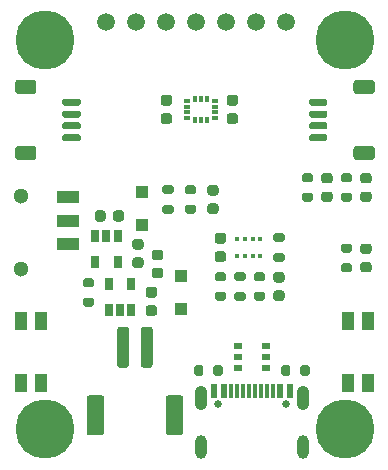
<source format=gbr>
G04 #@! TF.GenerationSoftware,KiCad,Pcbnew,(5.1.8)-1*
G04 #@! TF.CreationDate,2021-06-06T23:51:57+02:00*
G04 #@! TF.ProjectId,trick-tracker,74726963-6b2d-4747-9261-636b65722e6b,rev?*
G04 #@! TF.SameCoordinates,Original*
G04 #@! TF.FileFunction,Soldermask,Top*
G04 #@! TF.FilePolarity,Negative*
%FSLAX46Y46*%
G04 Gerber Fmt 4.6, Leading zero omitted, Abs format (unit mm)*
G04 Created by KiCad (PCBNEW (5.1.8)-1) date 2021-06-06 23:51:57*
%MOMM*%
%LPD*%
G01*
G04 APERTURE LIST*
%ADD10R,0.300000X0.600000*%
%ADD11R,0.600000X0.300000*%
%ADD12C,1.500000*%
%ADD13C,0.800000*%
%ADD14C,5.000000*%
%ADD15R,0.300000X1.150000*%
%ADD16R,0.600000X1.150000*%
%ADD17C,0.650000*%
%ADD18O,1.050000X2.100000*%
%ADD19O,1.000000X2.000000*%
%ADD20R,0.700000X0.510000*%
%ADD21R,1.100000X1.100000*%
%ADD22C,1.300000*%
%ADD23R,1.900000X1.000000*%
%ADD24R,1.000000X1.550000*%
%ADD25R,0.650000X1.060000*%
%ADD26R,0.350000X0.350000*%
G04 APERTURE END LIST*
D10*
G04 #@! TO.C,IC1*
X145550000Y-106288000D03*
X146050000Y-106288000D03*
X146550000Y-106288000D03*
D11*
X147200000Y-106438000D03*
X147200000Y-106938000D03*
X147200000Y-107438000D03*
X147200000Y-107938000D03*
D10*
X146550000Y-108088000D03*
X146050000Y-108088000D03*
X145550000Y-108088000D03*
D11*
X144900000Y-107938000D03*
X144900000Y-107438000D03*
X144900000Y-106938000D03*
X144900000Y-106438000D03*
G04 #@! TD*
G04 #@! TO.C,C6*
G36*
G01*
X143379000Y-106863000D02*
X142879000Y-106863000D01*
G75*
G02*
X142654000Y-106638000I0J225000D01*
G01*
X142654000Y-106188000D01*
G75*
G02*
X142879000Y-105963000I225000J0D01*
G01*
X143379000Y-105963000D01*
G75*
G02*
X143604000Y-106188000I0J-225000D01*
G01*
X143604000Y-106638000D01*
G75*
G02*
X143379000Y-106863000I-225000J0D01*
G01*
G37*
G36*
G01*
X143379000Y-108413000D02*
X142879000Y-108413000D01*
G75*
G02*
X142654000Y-108188000I0J225000D01*
G01*
X142654000Y-107738000D01*
G75*
G02*
X142879000Y-107513000I225000J0D01*
G01*
X143379000Y-107513000D01*
G75*
G02*
X143604000Y-107738000I0J-225000D01*
G01*
X143604000Y-108188000D01*
G75*
G02*
X143379000Y-108413000I-225000J0D01*
G01*
G37*
G04 #@! TD*
G04 #@! TO.C,C5*
G36*
G01*
X148967000Y-106863000D02*
X148467000Y-106863000D01*
G75*
G02*
X148242000Y-106638000I0J225000D01*
G01*
X148242000Y-106188000D01*
G75*
G02*
X148467000Y-105963000I225000J0D01*
G01*
X148967000Y-105963000D01*
G75*
G02*
X149192000Y-106188000I0J-225000D01*
G01*
X149192000Y-106638000D01*
G75*
G02*
X148967000Y-106863000I-225000J0D01*
G01*
G37*
G36*
G01*
X148967000Y-108413000D02*
X148467000Y-108413000D01*
G75*
G02*
X148242000Y-108188000I0J225000D01*
G01*
X148242000Y-107738000D01*
G75*
G02*
X148467000Y-107513000I225000J0D01*
G01*
X148967000Y-107513000D01*
G75*
G02*
X149192000Y-107738000I0J-225000D01*
G01*
X149192000Y-108188000D01*
G75*
G02*
X148967000Y-108413000I-225000J0D01*
G01*
G37*
G04 #@! TD*
D12*
G04 #@! TO.C,TP7*
X148209000Y-99822000D03*
G04 #@! TD*
D13*
G04 #@! TO.C,H4*
X159567825Y-100020175D03*
X158242000Y-99471000D03*
X156916175Y-100020175D03*
X156367000Y-101346000D03*
X156916175Y-102671825D03*
X158242000Y-103221000D03*
X159567825Y-102671825D03*
X160117000Y-101346000D03*
D14*
X158242000Y-101346000D03*
G04 #@! TD*
D13*
G04 #@! TO.C,H3*
X134167825Y-100020175D03*
X132842000Y-99471000D03*
X131516175Y-100020175D03*
X130967000Y-101346000D03*
X131516175Y-102671825D03*
X132842000Y-103221000D03*
X134167825Y-102671825D03*
X134717000Y-101346000D03*
D14*
X132842000Y-101346000D03*
G04 #@! TD*
D13*
G04 #@! TO.C,H2*
X159567825Y-132913175D03*
X158242000Y-132364000D03*
X156916175Y-132913175D03*
X156367000Y-134239000D03*
X156916175Y-135564825D03*
X158242000Y-136114000D03*
X159567825Y-135564825D03*
X160117000Y-134239000D03*
D14*
X158242000Y-134239000D03*
G04 #@! TD*
D13*
G04 #@! TO.C,H1*
X134167825Y-132913175D03*
X132842000Y-132364000D03*
X131516175Y-132913175D03*
X130967000Y-134239000D03*
X131516175Y-135564825D03*
X132842000Y-136114000D03*
X134167825Y-135564825D03*
X134717000Y-134239000D03*
D14*
X132842000Y-134239000D03*
G04 #@! TD*
D15*
G04 #@! TO.C,J1*
X148618000Y-131008000D03*
X149118000Y-131008000D03*
X149618000Y-131008000D03*
X152118000Y-131008000D03*
X151618000Y-131008000D03*
X151118000Y-131008000D03*
X150118000Y-131008000D03*
X150618000Y-131008000D03*
D16*
X152768000Y-131008000D03*
X147968000Y-131008000D03*
X153568000Y-131008000D03*
X147168000Y-131008000D03*
D17*
X147478000Y-132083000D03*
X153258000Y-132083000D03*
D18*
X154688000Y-131583000D03*
X146048000Y-131583000D03*
D19*
X154688000Y-135763000D03*
X146048000Y-135763000D03*
G04 #@! TD*
D12*
G04 #@! TO.C,TP6*
X145669000Y-99822000D03*
G04 #@! TD*
G04 #@! TO.C,TP5*
X143129000Y-99822000D03*
G04 #@! TD*
G04 #@! TO.C,TP4*
X140589000Y-99822000D03*
G04 #@! TD*
G04 #@! TO.C,TP3*
X138049000Y-99822000D03*
G04 #@! TD*
G04 #@! TO.C,TP2*
X150749000Y-99822000D03*
G04 #@! TD*
G04 #@! TO.C,TP1*
X153289000Y-99822000D03*
G04 #@! TD*
D20*
G04 #@! TO.C,U6*
X151528000Y-129093000D03*
X151528000Y-128143000D03*
X151528000Y-127193000D03*
X149208000Y-127193000D03*
X149208000Y-128143000D03*
X149208000Y-129093000D03*
G04 #@! TD*
G04 #@! TO.C,J2*
G36*
G01*
X138962000Y-128825000D02*
X138962000Y-125825000D01*
G75*
G02*
X139212000Y-125575000I250000J0D01*
G01*
X139712000Y-125575000D01*
G75*
G02*
X139962000Y-125825000I0J-250000D01*
G01*
X139962000Y-128825000D01*
G75*
G02*
X139712000Y-129075000I-250000J0D01*
G01*
X139212000Y-129075000D01*
G75*
G02*
X138962000Y-128825000I0J250000D01*
G01*
G37*
G36*
G01*
X140962000Y-128825000D02*
X140962000Y-125825000D01*
G75*
G02*
X141212000Y-125575000I250000J0D01*
G01*
X141712000Y-125575000D01*
G75*
G02*
X141962000Y-125825000I0J-250000D01*
G01*
X141962000Y-128825000D01*
G75*
G02*
X141712000Y-129075000I-250000J0D01*
G01*
X141212000Y-129075000D01*
G75*
G02*
X140962000Y-128825000I0J250000D01*
G01*
G37*
G36*
G01*
X136362000Y-134525000D02*
X136362000Y-131625000D01*
G75*
G02*
X136612000Y-131375000I250000J0D01*
G01*
X137612000Y-131375000D01*
G75*
G02*
X137862000Y-131625000I0J-250000D01*
G01*
X137862000Y-134525000D01*
G75*
G02*
X137612000Y-134775000I-250000J0D01*
G01*
X136612000Y-134775000D01*
G75*
G02*
X136362000Y-134525000I0J250000D01*
G01*
G37*
G36*
G01*
X143062000Y-134525000D02*
X143062000Y-131625000D01*
G75*
G02*
X143312000Y-131375000I250000J0D01*
G01*
X144312000Y-131375000D01*
G75*
G02*
X144562000Y-131625000I0J-250000D01*
G01*
X144562000Y-134525000D01*
G75*
G02*
X144312000Y-134775000I-250000J0D01*
G01*
X143312000Y-134775000D01*
G75*
G02*
X143062000Y-134525000I0J250000D01*
G01*
G37*
G04 #@! TD*
G04 #@! TO.C,J6*
G36*
G01*
X156613000Y-109877000D02*
X155363000Y-109877000D01*
G75*
G02*
X155213000Y-109727000I0J150000D01*
G01*
X155213000Y-109427000D01*
G75*
G02*
X155363000Y-109277000I150000J0D01*
G01*
X156613000Y-109277000D01*
G75*
G02*
X156763000Y-109427000I0J-150000D01*
G01*
X156763000Y-109727000D01*
G75*
G02*
X156613000Y-109877000I-150000J0D01*
G01*
G37*
G36*
G01*
X156613000Y-108877000D02*
X155363000Y-108877000D01*
G75*
G02*
X155213000Y-108727000I0J150000D01*
G01*
X155213000Y-108427000D01*
G75*
G02*
X155363000Y-108277000I150000J0D01*
G01*
X156613000Y-108277000D01*
G75*
G02*
X156763000Y-108427000I0J-150000D01*
G01*
X156763000Y-108727000D01*
G75*
G02*
X156613000Y-108877000I-150000J0D01*
G01*
G37*
G36*
G01*
X156613000Y-107877000D02*
X155363000Y-107877000D01*
G75*
G02*
X155213000Y-107727000I0J150000D01*
G01*
X155213000Y-107427000D01*
G75*
G02*
X155363000Y-107277000I150000J0D01*
G01*
X156613000Y-107277000D01*
G75*
G02*
X156763000Y-107427000I0J-150000D01*
G01*
X156763000Y-107727000D01*
G75*
G02*
X156613000Y-107877000I-150000J0D01*
G01*
G37*
G36*
G01*
X156613000Y-106877000D02*
X155363000Y-106877000D01*
G75*
G02*
X155213000Y-106727000I0J150000D01*
G01*
X155213000Y-106427000D01*
G75*
G02*
X155363000Y-106277000I150000J0D01*
G01*
X156613000Y-106277000D01*
G75*
G02*
X156763000Y-106427000I0J-150000D01*
G01*
X156763000Y-106727000D01*
G75*
G02*
X156613000Y-106877000I-150000J0D01*
G01*
G37*
G36*
G01*
X160513001Y-111477000D02*
X159212999Y-111477000D01*
G75*
G02*
X158963000Y-111227001I0J249999D01*
G01*
X158963000Y-110526999D01*
G75*
G02*
X159212999Y-110277000I249999J0D01*
G01*
X160513001Y-110277000D01*
G75*
G02*
X160763000Y-110526999I0J-249999D01*
G01*
X160763000Y-111227001D01*
G75*
G02*
X160513001Y-111477000I-249999J0D01*
G01*
G37*
G36*
G01*
X160513001Y-105877000D02*
X159212999Y-105877000D01*
G75*
G02*
X158963000Y-105627001I0J249999D01*
G01*
X158963000Y-104926999D01*
G75*
G02*
X159212999Y-104677000I249999J0D01*
G01*
X160513001Y-104677000D01*
G75*
G02*
X160763000Y-104926999I0J-249999D01*
G01*
X160763000Y-105627001D01*
G75*
G02*
X160513001Y-105877000I-249999J0D01*
G01*
G37*
G04 #@! TD*
D21*
G04 #@! TO.C,D5*
X141097000Y-116970000D03*
X141097000Y-114170000D03*
G04 #@! TD*
G04 #@! TO.C,D1*
X144399000Y-124082000D03*
X144399000Y-121282000D03*
G04 #@! TD*
G04 #@! TO.C,R7*
G36*
G01*
X155342000Y-113367000D02*
X154792000Y-113367000D01*
G75*
G02*
X154592000Y-113167000I0J200000D01*
G01*
X154592000Y-112767000D01*
G75*
G02*
X154792000Y-112567000I200000J0D01*
G01*
X155342000Y-112567000D01*
G75*
G02*
X155542000Y-112767000I0J-200000D01*
G01*
X155542000Y-113167000D01*
G75*
G02*
X155342000Y-113367000I-200000J0D01*
G01*
G37*
G36*
G01*
X155342000Y-115017000D02*
X154792000Y-115017000D01*
G75*
G02*
X154592000Y-114817000I0J200000D01*
G01*
X154592000Y-114417000D01*
G75*
G02*
X154792000Y-114217000I200000J0D01*
G01*
X155342000Y-114217000D01*
G75*
G02*
X155542000Y-114417000I0J-200000D01*
G01*
X155542000Y-114817000D01*
G75*
G02*
X155342000Y-115017000I-200000J0D01*
G01*
G37*
G04 #@! TD*
G04 #@! TO.C,D4*
G36*
G01*
X156974250Y-113442000D02*
X156461750Y-113442000D01*
G75*
G02*
X156243000Y-113223250I0J218750D01*
G01*
X156243000Y-112785750D01*
G75*
G02*
X156461750Y-112567000I218750J0D01*
G01*
X156974250Y-112567000D01*
G75*
G02*
X157193000Y-112785750I0J-218750D01*
G01*
X157193000Y-113223250D01*
G75*
G02*
X156974250Y-113442000I-218750J0D01*
G01*
G37*
G36*
G01*
X156974250Y-115017000D02*
X156461750Y-115017000D01*
G75*
G02*
X156243000Y-114798250I0J218750D01*
G01*
X156243000Y-114360750D01*
G75*
G02*
X156461750Y-114142000I218750J0D01*
G01*
X156974250Y-114142000D01*
G75*
G02*
X157193000Y-114360750I0J-218750D01*
G01*
X157193000Y-114798250D01*
G75*
G02*
X156974250Y-115017000I-218750J0D01*
G01*
G37*
G04 #@! TD*
G04 #@! TO.C,R18*
G36*
G01*
X145436000Y-114383000D02*
X144886000Y-114383000D01*
G75*
G02*
X144686000Y-114183000I0J200000D01*
G01*
X144686000Y-113783000D01*
G75*
G02*
X144886000Y-113583000I200000J0D01*
G01*
X145436000Y-113583000D01*
G75*
G02*
X145636000Y-113783000I0J-200000D01*
G01*
X145636000Y-114183000D01*
G75*
G02*
X145436000Y-114383000I-200000J0D01*
G01*
G37*
G36*
G01*
X145436000Y-116033000D02*
X144886000Y-116033000D01*
G75*
G02*
X144686000Y-115833000I0J200000D01*
G01*
X144686000Y-115433000D01*
G75*
G02*
X144886000Y-115233000I200000J0D01*
G01*
X145436000Y-115233000D01*
G75*
G02*
X145636000Y-115433000I0J-200000D01*
G01*
X145636000Y-115833000D01*
G75*
G02*
X145436000Y-116033000I-200000J0D01*
G01*
G37*
G04 #@! TD*
G04 #@! TO.C,R4*
G36*
G01*
X143531000Y-114383000D02*
X142981000Y-114383000D01*
G75*
G02*
X142781000Y-114183000I0J200000D01*
G01*
X142781000Y-113783000D01*
G75*
G02*
X142981000Y-113583000I200000J0D01*
G01*
X143531000Y-113583000D01*
G75*
G02*
X143731000Y-113783000I0J-200000D01*
G01*
X143731000Y-114183000D01*
G75*
G02*
X143531000Y-114383000I-200000J0D01*
G01*
G37*
G36*
G01*
X143531000Y-116033000D02*
X142981000Y-116033000D01*
G75*
G02*
X142781000Y-115833000I0J200000D01*
G01*
X142781000Y-115433000D01*
G75*
G02*
X142981000Y-115233000I200000J0D01*
G01*
X143531000Y-115233000D01*
G75*
G02*
X143731000Y-115433000I0J-200000D01*
G01*
X143731000Y-115833000D01*
G75*
G02*
X143531000Y-116033000I-200000J0D01*
G01*
G37*
G04 #@! TD*
G04 #@! TO.C,C12*
G36*
G01*
X146816000Y-115133000D02*
X147316000Y-115133000D01*
G75*
G02*
X147541000Y-115358000I0J-225000D01*
G01*
X147541000Y-115808000D01*
G75*
G02*
X147316000Y-116033000I-225000J0D01*
G01*
X146816000Y-116033000D01*
G75*
G02*
X146591000Y-115808000I0J225000D01*
G01*
X146591000Y-115358000D01*
G75*
G02*
X146816000Y-115133000I225000J0D01*
G01*
G37*
G36*
G01*
X146816000Y-113583000D02*
X147316000Y-113583000D01*
G75*
G02*
X147541000Y-113808000I0J-225000D01*
G01*
X147541000Y-114258000D01*
G75*
G02*
X147316000Y-114483000I-225000J0D01*
G01*
X146816000Y-114483000D01*
G75*
G02*
X146591000Y-114258000I0J225000D01*
G01*
X146591000Y-113808000D01*
G75*
G02*
X146816000Y-113583000I225000J0D01*
G01*
G37*
G04 #@! TD*
D22*
G04 #@! TO.C,S3*
X130782000Y-120727000D03*
X130782000Y-114477000D03*
D23*
X134832000Y-118602000D03*
X134832000Y-116602000D03*
X134832000Y-114602000D03*
G04 #@! TD*
D24*
G04 #@! TO.C,S2*
X160235000Y-130387000D03*
X158535000Y-130387000D03*
X160235000Y-125137000D03*
X158535000Y-125137000D03*
G04 #@! TD*
G04 #@! TO.C,S1*
X130849000Y-125137000D03*
X132549000Y-125137000D03*
X130849000Y-130387000D03*
X132549000Y-130387000D03*
G04 #@! TD*
G04 #@! TO.C,R17*
G36*
G01*
X147426000Y-122599000D02*
X147976000Y-122599000D01*
G75*
G02*
X148176000Y-122799000I0J-200000D01*
G01*
X148176000Y-123199000D01*
G75*
G02*
X147976000Y-123399000I-200000J0D01*
G01*
X147426000Y-123399000D01*
G75*
G02*
X147226000Y-123199000I0J200000D01*
G01*
X147226000Y-122799000D01*
G75*
G02*
X147426000Y-122599000I200000J0D01*
G01*
G37*
G36*
G01*
X147426000Y-120949000D02*
X147976000Y-120949000D01*
G75*
G02*
X148176000Y-121149000I0J-200000D01*
G01*
X148176000Y-121549000D01*
G75*
G02*
X147976000Y-121749000I-200000J0D01*
G01*
X147426000Y-121749000D01*
G75*
G02*
X147226000Y-121549000I0J200000D01*
G01*
X147226000Y-121149000D01*
G75*
G02*
X147426000Y-120949000I200000J0D01*
G01*
G37*
G04 #@! TD*
G04 #@! TO.C,R16*
G36*
G01*
X149077000Y-122599000D02*
X149627000Y-122599000D01*
G75*
G02*
X149827000Y-122799000I0J-200000D01*
G01*
X149827000Y-123199000D01*
G75*
G02*
X149627000Y-123399000I-200000J0D01*
G01*
X149077000Y-123399000D01*
G75*
G02*
X148877000Y-123199000I0J200000D01*
G01*
X148877000Y-122799000D01*
G75*
G02*
X149077000Y-122599000I200000J0D01*
G01*
G37*
G36*
G01*
X149077000Y-120949000D02*
X149627000Y-120949000D01*
G75*
G02*
X149827000Y-121149000I0J-200000D01*
G01*
X149827000Y-121549000D01*
G75*
G02*
X149627000Y-121749000I-200000J0D01*
G01*
X149077000Y-121749000D01*
G75*
G02*
X148877000Y-121549000I0J200000D01*
G01*
X148877000Y-121149000D01*
G75*
G02*
X149077000Y-120949000I200000J0D01*
G01*
G37*
G04 #@! TD*
G04 #@! TO.C,R15*
G36*
G01*
X150728000Y-122599000D02*
X151278000Y-122599000D01*
G75*
G02*
X151478000Y-122799000I0J-200000D01*
G01*
X151478000Y-123199000D01*
G75*
G02*
X151278000Y-123399000I-200000J0D01*
G01*
X150728000Y-123399000D01*
G75*
G02*
X150528000Y-123199000I0J200000D01*
G01*
X150528000Y-122799000D01*
G75*
G02*
X150728000Y-122599000I200000J0D01*
G01*
G37*
G36*
G01*
X150728000Y-120949000D02*
X151278000Y-120949000D01*
G75*
G02*
X151478000Y-121149000I0J-200000D01*
G01*
X151478000Y-121549000D01*
G75*
G02*
X151278000Y-121749000I-200000J0D01*
G01*
X150728000Y-121749000D01*
G75*
G02*
X150528000Y-121549000I0J200000D01*
G01*
X150528000Y-121149000D01*
G75*
G02*
X150728000Y-120949000I200000J0D01*
G01*
G37*
G04 #@! TD*
G04 #@! TO.C,R12*
G36*
G01*
X152379000Y-119297000D02*
X152929000Y-119297000D01*
G75*
G02*
X153129000Y-119497000I0J-200000D01*
G01*
X153129000Y-119897000D01*
G75*
G02*
X152929000Y-120097000I-200000J0D01*
G01*
X152379000Y-120097000D01*
G75*
G02*
X152179000Y-119897000I0J200000D01*
G01*
X152179000Y-119497000D01*
G75*
G02*
X152379000Y-119297000I200000J0D01*
G01*
G37*
G36*
G01*
X152379000Y-117647000D02*
X152929000Y-117647000D01*
G75*
G02*
X153129000Y-117847000I0J-200000D01*
G01*
X153129000Y-118247000D01*
G75*
G02*
X152929000Y-118447000I-200000J0D01*
G01*
X152379000Y-118447000D01*
G75*
G02*
X152179000Y-118247000I0J200000D01*
G01*
X152179000Y-117847000D01*
G75*
G02*
X152379000Y-117647000I200000J0D01*
G01*
G37*
G04 #@! TD*
G04 #@! TO.C,C11*
G36*
G01*
X152404000Y-122499000D02*
X152904000Y-122499000D01*
G75*
G02*
X153129000Y-122724000I0J-225000D01*
G01*
X153129000Y-123174000D01*
G75*
G02*
X152904000Y-123399000I-225000J0D01*
G01*
X152404000Y-123399000D01*
G75*
G02*
X152179000Y-123174000I0J225000D01*
G01*
X152179000Y-122724000D01*
G75*
G02*
X152404000Y-122499000I225000J0D01*
G01*
G37*
G36*
G01*
X152404000Y-120949000D02*
X152904000Y-120949000D01*
G75*
G02*
X153129000Y-121174000I0J-225000D01*
G01*
X153129000Y-121624000D01*
G75*
G02*
X152904000Y-121849000I-225000J0D01*
G01*
X152404000Y-121849000D01*
G75*
G02*
X152179000Y-121624000I0J225000D01*
G01*
X152179000Y-121174000D01*
G75*
G02*
X152404000Y-120949000I225000J0D01*
G01*
G37*
G04 #@! TD*
G04 #@! TO.C,C10*
G36*
G01*
X147951000Y-118547000D02*
X147451000Y-118547000D01*
G75*
G02*
X147226000Y-118322000I0J225000D01*
G01*
X147226000Y-117872000D01*
G75*
G02*
X147451000Y-117647000I225000J0D01*
G01*
X147951000Y-117647000D01*
G75*
G02*
X148176000Y-117872000I0J-225000D01*
G01*
X148176000Y-118322000D01*
G75*
G02*
X147951000Y-118547000I-225000J0D01*
G01*
G37*
G36*
G01*
X147951000Y-120097000D02*
X147451000Y-120097000D01*
G75*
G02*
X147226000Y-119872000I0J225000D01*
G01*
X147226000Y-119422000D01*
G75*
G02*
X147451000Y-119197000I225000J0D01*
G01*
X147951000Y-119197000D01*
G75*
G02*
X148176000Y-119422000I0J-225000D01*
G01*
X148176000Y-119872000D01*
G75*
G02*
X147951000Y-120097000I-225000J0D01*
G01*
G37*
G04 #@! TD*
G04 #@! TO.C,J3*
G36*
G01*
X134471000Y-106277000D02*
X135721000Y-106277000D01*
G75*
G02*
X135871000Y-106427000I0J-150000D01*
G01*
X135871000Y-106727000D01*
G75*
G02*
X135721000Y-106877000I-150000J0D01*
G01*
X134471000Y-106877000D01*
G75*
G02*
X134321000Y-106727000I0J150000D01*
G01*
X134321000Y-106427000D01*
G75*
G02*
X134471000Y-106277000I150000J0D01*
G01*
G37*
G36*
G01*
X134471000Y-107277000D02*
X135721000Y-107277000D01*
G75*
G02*
X135871000Y-107427000I0J-150000D01*
G01*
X135871000Y-107727000D01*
G75*
G02*
X135721000Y-107877000I-150000J0D01*
G01*
X134471000Y-107877000D01*
G75*
G02*
X134321000Y-107727000I0J150000D01*
G01*
X134321000Y-107427000D01*
G75*
G02*
X134471000Y-107277000I150000J0D01*
G01*
G37*
G36*
G01*
X134471000Y-108277000D02*
X135721000Y-108277000D01*
G75*
G02*
X135871000Y-108427000I0J-150000D01*
G01*
X135871000Y-108727000D01*
G75*
G02*
X135721000Y-108877000I-150000J0D01*
G01*
X134471000Y-108877000D01*
G75*
G02*
X134321000Y-108727000I0J150000D01*
G01*
X134321000Y-108427000D01*
G75*
G02*
X134471000Y-108277000I150000J0D01*
G01*
G37*
G36*
G01*
X134471000Y-109277000D02*
X135721000Y-109277000D01*
G75*
G02*
X135871000Y-109427000I0J-150000D01*
G01*
X135871000Y-109727000D01*
G75*
G02*
X135721000Y-109877000I-150000J0D01*
G01*
X134471000Y-109877000D01*
G75*
G02*
X134321000Y-109727000I0J150000D01*
G01*
X134321000Y-109427000D01*
G75*
G02*
X134471000Y-109277000I150000J0D01*
G01*
G37*
G36*
G01*
X130570999Y-104677000D02*
X131871001Y-104677000D01*
G75*
G02*
X132121000Y-104926999I0J-249999D01*
G01*
X132121000Y-105627001D01*
G75*
G02*
X131871001Y-105877000I-249999J0D01*
G01*
X130570999Y-105877000D01*
G75*
G02*
X130321000Y-105627001I0J249999D01*
G01*
X130321000Y-104926999D01*
G75*
G02*
X130570999Y-104677000I249999J0D01*
G01*
G37*
G36*
G01*
X130570999Y-110277000D02*
X131871001Y-110277000D01*
G75*
G02*
X132121000Y-110526999I0J-249999D01*
G01*
X132121000Y-111227001D01*
G75*
G02*
X131871001Y-111477000I-249999J0D01*
G01*
X130570999Y-111477000D01*
G75*
G02*
X130321000Y-111227001I0J249999D01*
G01*
X130321000Y-110526999D01*
G75*
G02*
X130570999Y-110277000I249999J0D01*
G01*
G37*
G04 #@! TD*
D25*
G04 #@! TO.C,U5*
X138999000Y-120099000D03*
X137099000Y-120099000D03*
X137099000Y-117899000D03*
X138049000Y-117899000D03*
X138999000Y-117899000D03*
G04 #@! TD*
G04 #@! TO.C,R6*
G36*
G01*
X158644000Y-119336000D02*
X158094000Y-119336000D01*
G75*
G02*
X157894000Y-119136000I0J200000D01*
G01*
X157894000Y-118736000D01*
G75*
G02*
X158094000Y-118536000I200000J0D01*
G01*
X158644000Y-118536000D01*
G75*
G02*
X158844000Y-118736000I0J-200000D01*
G01*
X158844000Y-119136000D01*
G75*
G02*
X158644000Y-119336000I-200000J0D01*
G01*
G37*
G36*
G01*
X158644000Y-120986000D02*
X158094000Y-120986000D01*
G75*
G02*
X157894000Y-120786000I0J200000D01*
G01*
X157894000Y-120386000D01*
G75*
G02*
X158094000Y-120186000I200000J0D01*
G01*
X158644000Y-120186000D01*
G75*
G02*
X158844000Y-120386000I0J-200000D01*
G01*
X158844000Y-120786000D01*
G75*
G02*
X158644000Y-120986000I-200000J0D01*
G01*
G37*
G04 #@! TD*
G04 #@! TO.C,R5*
G36*
G01*
X158644000Y-113367000D02*
X158094000Y-113367000D01*
G75*
G02*
X157894000Y-113167000I0J200000D01*
G01*
X157894000Y-112767000D01*
G75*
G02*
X158094000Y-112567000I200000J0D01*
G01*
X158644000Y-112567000D01*
G75*
G02*
X158844000Y-112767000I0J-200000D01*
G01*
X158844000Y-113167000D01*
G75*
G02*
X158644000Y-113367000I-200000J0D01*
G01*
G37*
G36*
G01*
X158644000Y-115017000D02*
X158094000Y-115017000D01*
G75*
G02*
X157894000Y-114817000I0J200000D01*
G01*
X157894000Y-114417000D01*
G75*
G02*
X158094000Y-114217000I200000J0D01*
G01*
X158644000Y-114217000D01*
G75*
G02*
X158844000Y-114417000I0J-200000D01*
G01*
X158844000Y-114817000D01*
G75*
G02*
X158644000Y-115017000I-200000J0D01*
G01*
G37*
G04 #@! TD*
G04 #@! TO.C,R3*
G36*
G01*
X136250000Y-123107000D02*
X136800000Y-123107000D01*
G75*
G02*
X137000000Y-123307000I0J-200000D01*
G01*
X137000000Y-123707000D01*
G75*
G02*
X136800000Y-123907000I-200000J0D01*
G01*
X136250000Y-123907000D01*
G75*
G02*
X136050000Y-123707000I0J200000D01*
G01*
X136050000Y-123307000D01*
G75*
G02*
X136250000Y-123107000I200000J0D01*
G01*
G37*
G36*
G01*
X136250000Y-121457000D02*
X136800000Y-121457000D01*
G75*
G02*
X137000000Y-121657000I0J-200000D01*
G01*
X137000000Y-122057000D01*
G75*
G02*
X136800000Y-122257000I-200000J0D01*
G01*
X136250000Y-122257000D01*
G75*
G02*
X136050000Y-122057000I0J200000D01*
G01*
X136050000Y-121657000D01*
G75*
G02*
X136250000Y-121457000I200000J0D01*
G01*
G37*
G04 #@! TD*
G04 #@! TO.C,R2*
G36*
G01*
X153626000Y-129011000D02*
X153626000Y-129561000D01*
G75*
G02*
X153426000Y-129761000I-200000J0D01*
G01*
X153026000Y-129761000D01*
G75*
G02*
X152826000Y-129561000I0J200000D01*
G01*
X152826000Y-129011000D01*
G75*
G02*
X153026000Y-128811000I200000J0D01*
G01*
X153426000Y-128811000D01*
G75*
G02*
X153626000Y-129011000I0J-200000D01*
G01*
G37*
G36*
G01*
X155276000Y-129011000D02*
X155276000Y-129561000D01*
G75*
G02*
X155076000Y-129761000I-200000J0D01*
G01*
X154676000Y-129761000D01*
G75*
G02*
X154476000Y-129561000I0J200000D01*
G01*
X154476000Y-129011000D01*
G75*
G02*
X154676000Y-128811000I200000J0D01*
G01*
X155076000Y-128811000D01*
G75*
G02*
X155276000Y-129011000I0J-200000D01*
G01*
G37*
G04 #@! TD*
G04 #@! TO.C,R1*
G36*
G01*
X147110000Y-129561000D02*
X147110000Y-129011000D01*
G75*
G02*
X147310000Y-128811000I200000J0D01*
G01*
X147710000Y-128811000D01*
G75*
G02*
X147910000Y-129011000I0J-200000D01*
G01*
X147910000Y-129561000D01*
G75*
G02*
X147710000Y-129761000I-200000J0D01*
G01*
X147310000Y-129761000D01*
G75*
G02*
X147110000Y-129561000I0J200000D01*
G01*
G37*
G36*
G01*
X145460000Y-129561000D02*
X145460000Y-129011000D01*
G75*
G02*
X145660000Y-128811000I200000J0D01*
G01*
X146060000Y-128811000D01*
G75*
G02*
X146260000Y-129011000I0J-200000D01*
G01*
X146260000Y-129561000D01*
G75*
G02*
X146060000Y-129761000I-200000J0D01*
G01*
X145660000Y-129761000D01*
G75*
G02*
X145460000Y-129561000I0J200000D01*
G01*
G37*
G04 #@! TD*
G04 #@! TO.C,D3*
G36*
G01*
X160276250Y-119411000D02*
X159763750Y-119411000D01*
G75*
G02*
X159545000Y-119192250I0J218750D01*
G01*
X159545000Y-118754750D01*
G75*
G02*
X159763750Y-118536000I218750J0D01*
G01*
X160276250Y-118536000D01*
G75*
G02*
X160495000Y-118754750I0J-218750D01*
G01*
X160495000Y-119192250D01*
G75*
G02*
X160276250Y-119411000I-218750J0D01*
G01*
G37*
G36*
G01*
X160276250Y-120986000D02*
X159763750Y-120986000D01*
G75*
G02*
X159545000Y-120767250I0J218750D01*
G01*
X159545000Y-120329750D01*
G75*
G02*
X159763750Y-120111000I218750J0D01*
G01*
X160276250Y-120111000D01*
G75*
G02*
X160495000Y-120329750I0J-218750D01*
G01*
X160495000Y-120767250D01*
G75*
G02*
X160276250Y-120986000I-218750J0D01*
G01*
G37*
G04 #@! TD*
G04 #@! TO.C,D2*
G36*
G01*
X159763750Y-112567000D02*
X160276250Y-112567000D01*
G75*
G02*
X160495000Y-112785750I0J-218750D01*
G01*
X160495000Y-113223250D01*
G75*
G02*
X160276250Y-113442000I-218750J0D01*
G01*
X159763750Y-113442000D01*
G75*
G02*
X159545000Y-113223250I0J218750D01*
G01*
X159545000Y-112785750D01*
G75*
G02*
X159763750Y-112567000I218750J0D01*
G01*
G37*
G36*
G01*
X159763750Y-114142000D02*
X160276250Y-114142000D01*
G75*
G02*
X160495000Y-114360750I0J-218750D01*
G01*
X160495000Y-114798250D01*
G75*
G02*
X160276250Y-115017000I-218750J0D01*
G01*
X159763750Y-115017000D01*
G75*
G02*
X159545000Y-114798250I0J218750D01*
G01*
X159545000Y-114360750D01*
G75*
G02*
X159763750Y-114142000I218750J0D01*
G01*
G37*
G04 #@! TD*
G04 #@! TO.C,C4*
G36*
G01*
X140966000Y-119055000D02*
X140466000Y-119055000D01*
G75*
G02*
X140241000Y-118830000I0J225000D01*
G01*
X140241000Y-118380000D01*
G75*
G02*
X140466000Y-118155000I225000J0D01*
G01*
X140966000Y-118155000D01*
G75*
G02*
X141191000Y-118380000I0J-225000D01*
G01*
X141191000Y-118830000D01*
G75*
G02*
X140966000Y-119055000I-225000J0D01*
G01*
G37*
G36*
G01*
X140966000Y-120605000D02*
X140466000Y-120605000D01*
G75*
G02*
X140241000Y-120380000I0J225000D01*
G01*
X140241000Y-119930000D01*
G75*
G02*
X140466000Y-119705000I225000J0D01*
G01*
X140966000Y-119705000D01*
G75*
G02*
X141191000Y-119930000I0J-225000D01*
G01*
X141191000Y-120380000D01*
G75*
G02*
X140966000Y-120605000I-225000J0D01*
G01*
G37*
G04 #@! TD*
G04 #@! TO.C,C3*
G36*
G01*
X142109000Y-123119000D02*
X141609000Y-123119000D01*
G75*
G02*
X141384000Y-122894000I0J225000D01*
G01*
X141384000Y-122444000D01*
G75*
G02*
X141609000Y-122219000I225000J0D01*
G01*
X142109000Y-122219000D01*
G75*
G02*
X142334000Y-122444000I0J-225000D01*
G01*
X142334000Y-122894000D01*
G75*
G02*
X142109000Y-123119000I-225000J0D01*
G01*
G37*
G36*
G01*
X142109000Y-124669000D02*
X141609000Y-124669000D01*
G75*
G02*
X141384000Y-124444000I0J225000D01*
G01*
X141384000Y-123994000D01*
G75*
G02*
X141609000Y-123769000I225000J0D01*
G01*
X142109000Y-123769000D01*
G75*
G02*
X142334000Y-123994000I0J-225000D01*
G01*
X142334000Y-124444000D01*
G75*
G02*
X142109000Y-124669000I-225000J0D01*
G01*
G37*
G04 #@! TD*
G04 #@! TO.C,C2*
G36*
G01*
X142617000Y-121494000D02*
X142117000Y-121494000D01*
G75*
G02*
X141892000Y-121269000I0J225000D01*
G01*
X141892000Y-120819000D01*
G75*
G02*
X142117000Y-120594000I225000J0D01*
G01*
X142617000Y-120594000D01*
G75*
G02*
X142842000Y-120819000I0J-225000D01*
G01*
X142842000Y-121269000D01*
G75*
G02*
X142617000Y-121494000I-225000J0D01*
G01*
G37*
G36*
G01*
X142617000Y-119944000D02*
X142117000Y-119944000D01*
G75*
G02*
X141892000Y-119719000I0J225000D01*
G01*
X141892000Y-119269000D01*
G75*
G02*
X142117000Y-119044000I225000J0D01*
G01*
X142617000Y-119044000D01*
G75*
G02*
X142842000Y-119269000I0J-225000D01*
G01*
X142842000Y-119719000D01*
G75*
G02*
X142617000Y-119944000I-225000J0D01*
G01*
G37*
G04 #@! TD*
G04 #@! TO.C,C1*
G36*
G01*
X137978000Y-115955000D02*
X137978000Y-116455000D01*
G75*
G02*
X137753000Y-116680000I-225000J0D01*
G01*
X137303000Y-116680000D01*
G75*
G02*
X137078000Y-116455000I0J225000D01*
G01*
X137078000Y-115955000D01*
G75*
G02*
X137303000Y-115730000I225000J0D01*
G01*
X137753000Y-115730000D01*
G75*
G02*
X137978000Y-115955000I0J-225000D01*
G01*
G37*
G36*
G01*
X139528000Y-115955000D02*
X139528000Y-116455000D01*
G75*
G02*
X139303000Y-116680000I-225000J0D01*
G01*
X138853000Y-116680000D01*
G75*
G02*
X138628000Y-116455000I0J225000D01*
G01*
X138628000Y-115955000D01*
G75*
G02*
X138853000Y-115730000I225000J0D01*
G01*
X139303000Y-115730000D01*
G75*
G02*
X139528000Y-115955000I0J-225000D01*
G01*
G37*
G04 #@! TD*
G04 #@! TO.C,U4*
X138242000Y-124163000D03*
X139192000Y-124163000D03*
X140142000Y-124163000D03*
X140142000Y-121963000D03*
X138242000Y-121963000D03*
G04 #@! TD*
D26*
G04 #@! TO.C,U2*
X151089000Y-118147000D03*
X151089000Y-119597000D03*
X149139000Y-118147000D03*
X149139000Y-119597000D03*
X150439000Y-118147000D03*
X150439000Y-119597000D03*
X149789000Y-118147000D03*
X149789000Y-119597000D03*
G04 #@! TD*
M02*

</source>
